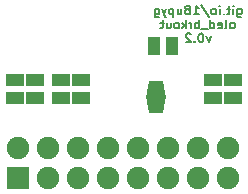
<source format=gbs>
G04 (created by PCBNEW (2013-07-07 BZR 4022)-stable) date 11/27/2013 8:36:12*
%MOIN*%
G04 Gerber Fmt 3.4, Leading zero omitted, Abs format*
%FSLAX34Y34*%
G01*
G70*
G90*
G04 APERTURE LIST*
%ADD10C,0.00590551*%
%ADD11C,0.00511811*%
%ADD12R,0.060748X0.040748*%
%ADD13R,0.0748031X0.0748031*%
%ADD14C,0.0748031*%
%ADD15R,0.040748X0.060748*%
G04 APERTURE END LIST*
G54D10*
G54D11*
X64814Y-32097D02*
X64814Y-32336D01*
X64828Y-32364D01*
X64842Y-32378D01*
X64870Y-32392D01*
X64913Y-32392D01*
X64941Y-32378D01*
X64814Y-32280D02*
X64842Y-32294D01*
X64899Y-32294D01*
X64927Y-32280D01*
X64941Y-32266D01*
X64955Y-32238D01*
X64955Y-32153D01*
X64941Y-32125D01*
X64927Y-32111D01*
X64899Y-32097D01*
X64842Y-32097D01*
X64814Y-32111D01*
X64674Y-32294D02*
X64674Y-32097D01*
X64674Y-31999D02*
X64688Y-32013D01*
X64674Y-32027D01*
X64660Y-32013D01*
X64674Y-31999D01*
X64674Y-32027D01*
X64575Y-32097D02*
X64463Y-32097D01*
X64533Y-31999D02*
X64533Y-32252D01*
X64519Y-32280D01*
X64491Y-32294D01*
X64463Y-32294D01*
X64364Y-32266D02*
X64350Y-32280D01*
X64364Y-32294D01*
X64378Y-32280D01*
X64364Y-32266D01*
X64364Y-32294D01*
X64224Y-32294D02*
X64224Y-32097D01*
X64224Y-31999D02*
X64238Y-32013D01*
X64224Y-32027D01*
X64210Y-32013D01*
X64224Y-31999D01*
X64224Y-32027D01*
X64041Y-32294D02*
X64069Y-32280D01*
X64083Y-32266D01*
X64097Y-32238D01*
X64097Y-32153D01*
X64083Y-32125D01*
X64069Y-32111D01*
X64041Y-32097D01*
X63999Y-32097D01*
X63971Y-32111D01*
X63956Y-32125D01*
X63942Y-32153D01*
X63942Y-32238D01*
X63956Y-32266D01*
X63971Y-32280D01*
X63999Y-32294D01*
X64041Y-32294D01*
X63605Y-31985D02*
X63858Y-32364D01*
X63352Y-32294D02*
X63521Y-32294D01*
X63436Y-32294D02*
X63436Y-31999D01*
X63464Y-32041D01*
X63492Y-32069D01*
X63521Y-32083D01*
X63183Y-32125D02*
X63211Y-32111D01*
X63225Y-32097D01*
X63239Y-32069D01*
X63239Y-32055D01*
X63225Y-32027D01*
X63211Y-32013D01*
X63183Y-31999D01*
X63127Y-31999D01*
X63099Y-32013D01*
X63085Y-32027D01*
X63071Y-32055D01*
X63071Y-32069D01*
X63085Y-32097D01*
X63099Y-32111D01*
X63127Y-32125D01*
X63183Y-32125D01*
X63211Y-32139D01*
X63225Y-32153D01*
X63239Y-32182D01*
X63239Y-32238D01*
X63225Y-32266D01*
X63211Y-32280D01*
X63183Y-32294D01*
X63127Y-32294D01*
X63099Y-32280D01*
X63085Y-32266D01*
X63071Y-32238D01*
X63071Y-32182D01*
X63085Y-32153D01*
X63099Y-32139D01*
X63127Y-32125D01*
X62818Y-32097D02*
X62818Y-32294D01*
X62944Y-32097D02*
X62944Y-32252D01*
X62930Y-32280D01*
X62902Y-32294D01*
X62860Y-32294D01*
X62832Y-32280D01*
X62818Y-32266D01*
X62677Y-32097D02*
X62677Y-32392D01*
X62677Y-32111D02*
X62649Y-32097D01*
X62593Y-32097D01*
X62564Y-32111D01*
X62550Y-32125D01*
X62536Y-32153D01*
X62536Y-32238D01*
X62550Y-32266D01*
X62564Y-32280D01*
X62593Y-32294D01*
X62649Y-32294D01*
X62677Y-32280D01*
X62438Y-32097D02*
X62368Y-32294D01*
X62297Y-32097D02*
X62368Y-32294D01*
X62396Y-32364D01*
X62410Y-32378D01*
X62438Y-32392D01*
X62058Y-32097D02*
X62058Y-32336D01*
X62072Y-32364D01*
X62086Y-32378D01*
X62115Y-32392D01*
X62157Y-32392D01*
X62185Y-32378D01*
X62058Y-32280D02*
X62086Y-32294D01*
X62143Y-32294D01*
X62171Y-32280D01*
X62185Y-32266D01*
X62199Y-32238D01*
X62199Y-32153D01*
X62185Y-32125D01*
X62171Y-32111D01*
X62143Y-32097D01*
X62086Y-32097D01*
X62058Y-32111D01*
X64667Y-32759D02*
X64695Y-32745D01*
X64709Y-32730D01*
X64723Y-32702D01*
X64723Y-32618D01*
X64709Y-32590D01*
X64695Y-32576D01*
X64667Y-32562D01*
X64624Y-32562D01*
X64596Y-32576D01*
X64582Y-32590D01*
X64568Y-32618D01*
X64568Y-32702D01*
X64582Y-32730D01*
X64596Y-32745D01*
X64624Y-32759D01*
X64667Y-32759D01*
X64399Y-32759D02*
X64428Y-32745D01*
X64442Y-32716D01*
X64442Y-32463D01*
X64174Y-32745D02*
X64203Y-32759D01*
X64259Y-32759D01*
X64287Y-32745D01*
X64301Y-32716D01*
X64301Y-32604D01*
X64287Y-32576D01*
X64259Y-32562D01*
X64203Y-32562D01*
X64174Y-32576D01*
X64160Y-32604D01*
X64160Y-32632D01*
X64301Y-32660D01*
X63907Y-32759D02*
X63907Y-32463D01*
X63907Y-32745D02*
X63935Y-32759D01*
X63992Y-32759D01*
X64020Y-32745D01*
X64034Y-32730D01*
X64048Y-32702D01*
X64048Y-32618D01*
X64034Y-32590D01*
X64020Y-32576D01*
X63992Y-32562D01*
X63935Y-32562D01*
X63907Y-32576D01*
X63837Y-32787D02*
X63612Y-32787D01*
X63542Y-32759D02*
X63542Y-32463D01*
X63542Y-32576D02*
X63514Y-32562D01*
X63457Y-32562D01*
X63429Y-32576D01*
X63415Y-32590D01*
X63401Y-32618D01*
X63401Y-32702D01*
X63415Y-32730D01*
X63429Y-32745D01*
X63457Y-32759D01*
X63514Y-32759D01*
X63542Y-32745D01*
X63275Y-32759D02*
X63275Y-32562D01*
X63275Y-32618D02*
X63260Y-32590D01*
X63246Y-32576D01*
X63218Y-32562D01*
X63190Y-32562D01*
X63092Y-32759D02*
X63092Y-32463D01*
X63064Y-32646D02*
X62979Y-32759D01*
X62979Y-32562D02*
X63092Y-32674D01*
X62811Y-32759D02*
X62839Y-32745D01*
X62853Y-32730D01*
X62867Y-32702D01*
X62867Y-32618D01*
X62853Y-32590D01*
X62839Y-32576D01*
X62811Y-32562D01*
X62768Y-32562D01*
X62740Y-32576D01*
X62726Y-32590D01*
X62712Y-32618D01*
X62712Y-32702D01*
X62726Y-32730D01*
X62740Y-32745D01*
X62768Y-32759D01*
X62811Y-32759D01*
X62459Y-32562D02*
X62459Y-32759D01*
X62586Y-32562D02*
X62586Y-32716D01*
X62571Y-32745D01*
X62543Y-32759D01*
X62501Y-32759D01*
X62473Y-32745D01*
X62459Y-32730D01*
X62361Y-32562D02*
X62248Y-32562D01*
X62318Y-32463D02*
X62318Y-32716D01*
X62304Y-32745D01*
X62276Y-32759D01*
X62248Y-32759D01*
X63921Y-33026D02*
X63851Y-33223D01*
X63781Y-33026D01*
X63612Y-32928D02*
X63584Y-32928D01*
X63556Y-32942D01*
X63542Y-32956D01*
X63528Y-32984D01*
X63514Y-33040D01*
X63514Y-33111D01*
X63528Y-33167D01*
X63542Y-33195D01*
X63556Y-33209D01*
X63584Y-33223D01*
X63612Y-33223D01*
X63640Y-33209D01*
X63654Y-33195D01*
X63668Y-33167D01*
X63682Y-33111D01*
X63682Y-33040D01*
X63668Y-32984D01*
X63654Y-32956D01*
X63640Y-32942D01*
X63612Y-32928D01*
X63387Y-33195D02*
X63373Y-33209D01*
X63387Y-33223D01*
X63401Y-33209D01*
X63387Y-33195D01*
X63387Y-33223D01*
X63260Y-32956D02*
X63246Y-32942D01*
X63218Y-32928D01*
X63148Y-32928D01*
X63120Y-32942D01*
X63106Y-32956D01*
X63092Y-32984D01*
X63092Y-33012D01*
X63106Y-33054D01*
X63275Y-33223D01*
X63092Y-33223D01*
G54D12*
X57400Y-34475D03*
X57400Y-35075D03*
X58050Y-35075D03*
X58050Y-34475D03*
X58925Y-34475D03*
X58925Y-35075D03*
X59600Y-34475D03*
X59600Y-35075D03*
X64000Y-35075D03*
X64000Y-34475D03*
X64650Y-35075D03*
X64650Y-34475D03*
G54D10*
G36*
X61873Y-35575D02*
X61775Y-35024D01*
X62424Y-35024D01*
X62326Y-35575D01*
X61873Y-35575D01*
X61873Y-35575D01*
G37*
G36*
X61775Y-35075D02*
X61873Y-34524D01*
X62326Y-34524D01*
X62424Y-35075D01*
X61775Y-35075D01*
X61775Y-35075D01*
G37*
G54D13*
X57500Y-37750D03*
G54D14*
X57500Y-36750D03*
X58500Y-37750D03*
X58500Y-36750D03*
X59500Y-37750D03*
X59500Y-36750D03*
X60500Y-37750D03*
X60500Y-36750D03*
X61500Y-37750D03*
X61500Y-36750D03*
X62500Y-37750D03*
X62500Y-36750D03*
X63500Y-37750D03*
X63500Y-36750D03*
X64500Y-37750D03*
X64500Y-36750D03*
G54D15*
X62025Y-33350D03*
X62625Y-33350D03*
M02*

</source>
